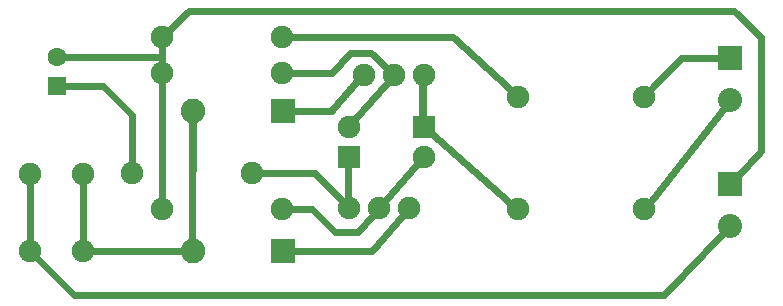
<source format=gtl>
G04 MADE WITH FRITZING*
G04 WWW.FRITZING.ORG*
G04 DOUBLE SIDED*
G04 HOLES PLATED*
G04 CONTOUR ON CENTER OF CONTOUR VECTOR*
%ASAXBY*%
%FSLAX23Y23*%
%MOIN*%
%OFA0B0*%
%SFA1.0B1.0*%
%ADD10C,0.075000*%
%ADD11C,0.062992*%
%ADD12C,0.080000*%
%ADD13C,0.082000*%
%ADD14C,0.075118*%
%ADD15R,0.062992X0.062992*%
%ADD16R,0.075000X0.075000*%
%ADD17R,0.080000X0.080000*%
%ADD18R,0.082000X0.082000*%
%ADD19C,0.024000*%
%ADD20R,0.001000X0.001000*%
%LNCOPPER1*%
G90*
G70*
G54D10*
X513Y483D03*
X913Y483D03*
X1013Y938D03*
X613Y938D03*
X612Y363D03*
X1012Y363D03*
X613Y818D03*
X1013Y818D03*
X1235Y367D03*
X1335Y367D03*
X1435Y367D03*
X1485Y810D03*
X1385Y810D03*
X1285Y810D03*
G54D11*
X262Y773D03*
X262Y872D03*
G54D10*
X1235Y539D03*
X1235Y639D03*
X1485Y639D03*
X1485Y539D03*
X173Y225D03*
X173Y481D03*
X350Y225D03*
X350Y481D03*
G54D12*
X2508Y867D03*
X2508Y729D03*
G54D13*
X1015Y224D03*
X717Y224D03*
X1015Y691D03*
X717Y691D03*
G54D12*
X2508Y447D03*
X2508Y309D03*
G54D14*
X2221Y738D03*
X1800Y738D03*
X1800Y364D03*
X2221Y364D03*
X2221Y738D03*
X1800Y738D03*
X1800Y364D03*
X2221Y364D03*
G54D15*
X262Y773D03*
G54D16*
X1235Y539D03*
X1485Y639D03*
G54D17*
X2508Y867D03*
G54D18*
X1016Y224D03*
X1016Y691D03*
G54D17*
X2508Y447D03*
G54D19*
X350Y253D02*
X350Y452D01*
D02*
X173Y253D02*
X173Y452D01*
D02*
X1772Y764D02*
X1582Y938D01*
D02*
X1582Y938D02*
X1041Y938D01*
D02*
X612Y391D02*
X613Y790D01*
D02*
X613Y910D02*
X613Y847D01*
D02*
X613Y847D02*
X613Y872D01*
D02*
X2520Y1024D02*
X2611Y937D01*
D02*
X2611Y559D02*
X2529Y470D01*
D02*
X634Y958D02*
X704Y1024D01*
D02*
X288Y773D02*
X417Y773D01*
D02*
X1215Y387D02*
X1122Y483D01*
D02*
X1191Y287D02*
X1113Y363D01*
D02*
X1265Y287D02*
X1191Y287D01*
D02*
X1316Y345D02*
X1265Y287D01*
D02*
X1354Y388D02*
X1466Y517D01*
D02*
X1311Y884D02*
X1239Y884D01*
D02*
X1365Y830D02*
X1311Y884D01*
D02*
X1239Y884D02*
X1180Y818D01*
D02*
X1366Y789D02*
X1254Y660D01*
D02*
X1417Y345D02*
X1313Y224D01*
D02*
X1313Y224D02*
X1047Y224D01*
D02*
X684Y224D02*
X379Y225D01*
D02*
X1506Y620D02*
X1771Y389D01*
D02*
X2477Y867D02*
X2342Y867D01*
D02*
X2489Y705D02*
X2245Y394D01*
D02*
X320Y77D02*
X193Y204D01*
D02*
X2487Y286D02*
X2287Y77D01*
D02*
X613Y872D02*
X288Y872D01*
D02*
X2287Y77D02*
X320Y77D01*
D02*
X704Y1024D02*
X2520Y1024D01*
D02*
X2342Y867D02*
X2248Y766D01*
D02*
X2611Y937D02*
X2611Y559D01*
D02*
X1113Y363D02*
X1041Y363D01*
D02*
X1122Y483D02*
X941Y483D01*
D02*
X1180Y818D02*
X1041Y818D01*
D02*
X1181Y691D02*
X1047Y691D01*
D02*
X513Y677D02*
X513Y512D01*
D02*
X417Y773D02*
X513Y677D01*
G54D20*
X1281Y822D02*
X1287Y822D01*
X1481Y822D02*
X1487Y822D01*
X1278Y821D02*
X1289Y821D01*
X1478Y821D02*
X1489Y821D01*
X1277Y820D02*
X1291Y820D01*
X1477Y820D02*
X1491Y820D01*
X1276Y819D02*
X1292Y819D01*
X1476Y819D02*
X1492Y819D01*
X1275Y818D02*
X1293Y818D01*
X1475Y818D02*
X1493Y818D01*
X1274Y817D02*
X1293Y817D01*
X1474Y817D02*
X1493Y817D01*
X1273Y816D02*
X1294Y816D01*
X1474Y816D02*
X1494Y816D01*
X1272Y815D02*
X1294Y815D01*
X1473Y815D02*
X1494Y815D01*
X1271Y814D02*
X1295Y814D01*
X1473Y814D02*
X1495Y814D01*
X1271Y813D02*
X1295Y813D01*
X1473Y813D02*
X1495Y813D01*
X1270Y812D02*
X1295Y812D01*
X1472Y812D02*
X1495Y812D01*
X1269Y811D02*
X1295Y811D01*
X1472Y811D02*
X1495Y811D01*
X1268Y810D02*
X1295Y810D01*
X1472Y810D02*
X1495Y810D01*
X1267Y809D02*
X1295Y809D01*
X1472Y809D02*
X1495Y809D01*
X1266Y808D02*
X1295Y808D01*
X1472Y808D02*
X1495Y808D01*
X1265Y807D02*
X1295Y807D01*
X1472Y807D02*
X1495Y807D01*
X1265Y806D02*
X1294Y806D01*
X1472Y806D02*
X1495Y806D01*
X1264Y805D02*
X1294Y805D01*
X1472Y805D02*
X1495Y805D01*
X1263Y804D02*
X1293Y804D01*
X1472Y804D02*
X1495Y804D01*
X1262Y803D02*
X1293Y803D01*
X1472Y803D02*
X1495Y803D01*
X1261Y802D02*
X1292Y802D01*
X1472Y802D02*
X1495Y802D01*
X1260Y801D02*
X1291Y801D01*
X1472Y801D02*
X1495Y801D01*
X1259Y800D02*
X1290Y800D01*
X1472Y800D02*
X1495Y800D01*
X1258Y799D02*
X1289Y799D01*
X1472Y799D02*
X1495Y799D01*
X1258Y798D02*
X1288Y798D01*
X1472Y798D02*
X1495Y798D01*
X1257Y797D02*
X1287Y797D01*
X1472Y797D02*
X1495Y797D01*
X1256Y796D02*
X1287Y796D01*
X1472Y796D02*
X1495Y796D01*
X1255Y795D02*
X1286Y795D01*
X1472Y795D02*
X1495Y795D01*
X1254Y794D02*
X1285Y794D01*
X1472Y794D02*
X1495Y794D01*
X1253Y793D02*
X1284Y793D01*
X1472Y793D02*
X1495Y793D01*
X1252Y792D02*
X1283Y792D01*
X1472Y792D02*
X1495Y792D01*
X1252Y791D02*
X1282Y791D01*
X1472Y791D02*
X1495Y791D01*
X1251Y790D02*
X1281Y790D01*
X1472Y790D02*
X1495Y790D01*
X1250Y789D02*
X1281Y789D01*
X1472Y789D02*
X1495Y789D01*
X1249Y788D02*
X1280Y788D01*
X1472Y788D02*
X1495Y788D01*
X1248Y787D02*
X1279Y787D01*
X1472Y787D02*
X1495Y787D01*
X1247Y786D02*
X1278Y786D01*
X1472Y786D02*
X1495Y786D01*
X1246Y785D02*
X1277Y785D01*
X1472Y785D02*
X1495Y785D01*
X1245Y784D02*
X1276Y784D01*
X1472Y784D02*
X1495Y784D01*
X1245Y783D02*
X1275Y783D01*
X1472Y783D02*
X1495Y783D01*
X1244Y782D02*
X1274Y782D01*
X1472Y782D02*
X1495Y782D01*
X1243Y781D02*
X1274Y781D01*
X1472Y781D02*
X1495Y781D01*
X1242Y780D02*
X1273Y780D01*
X1472Y780D02*
X1495Y780D01*
X1241Y779D02*
X1272Y779D01*
X1472Y779D02*
X1495Y779D01*
X1240Y778D02*
X1271Y778D01*
X1472Y778D02*
X1495Y778D01*
X1239Y777D02*
X1270Y777D01*
X1472Y777D02*
X1495Y777D01*
X1239Y776D02*
X1269Y776D01*
X1472Y776D02*
X1495Y776D01*
X1238Y775D02*
X1268Y775D01*
X1472Y775D02*
X1495Y775D01*
X1237Y774D02*
X1268Y774D01*
X1472Y774D02*
X1495Y774D01*
X1236Y773D02*
X1267Y773D01*
X1472Y773D02*
X1495Y773D01*
X1235Y772D02*
X1266Y772D01*
X1472Y772D02*
X1495Y772D01*
X1234Y771D02*
X1265Y771D01*
X1472Y771D02*
X1495Y771D01*
X1233Y770D02*
X1264Y770D01*
X1472Y770D02*
X1495Y770D01*
X1232Y769D02*
X1263Y769D01*
X1472Y769D02*
X1495Y769D01*
X1232Y768D02*
X1262Y768D01*
X1472Y768D02*
X1495Y768D01*
X1231Y767D02*
X1261Y767D01*
X1472Y767D02*
X1495Y767D01*
X1230Y766D02*
X1261Y766D01*
X1472Y766D02*
X1495Y766D01*
X1229Y765D02*
X1260Y765D01*
X1472Y765D02*
X1495Y765D01*
X1228Y764D02*
X1259Y764D01*
X1472Y764D02*
X1495Y764D01*
X1227Y763D02*
X1258Y763D01*
X1472Y763D02*
X1495Y763D01*
X1226Y762D02*
X1257Y762D01*
X1472Y762D02*
X1495Y762D01*
X1226Y761D02*
X1256Y761D01*
X1472Y761D02*
X1495Y761D01*
X1225Y760D02*
X1255Y760D01*
X1472Y760D02*
X1495Y760D01*
X1224Y759D02*
X1255Y759D01*
X1472Y759D02*
X1495Y759D01*
X1223Y758D02*
X1254Y758D01*
X1472Y758D02*
X1495Y758D01*
X1222Y757D02*
X1253Y757D01*
X1472Y757D02*
X1495Y757D01*
X1221Y756D02*
X1252Y756D01*
X1472Y756D02*
X1495Y756D01*
X1220Y755D02*
X1251Y755D01*
X1472Y755D02*
X1495Y755D01*
X1220Y754D02*
X1250Y754D01*
X1472Y754D02*
X1495Y754D01*
X1219Y753D02*
X1249Y753D01*
X1472Y753D02*
X1495Y753D01*
X1218Y752D02*
X1249Y752D01*
X1472Y752D02*
X1495Y752D01*
X1217Y751D02*
X1248Y751D01*
X1472Y751D02*
X1495Y751D01*
X1216Y750D02*
X1247Y750D01*
X1472Y750D02*
X1495Y750D01*
X1215Y749D02*
X1246Y749D01*
X1472Y749D02*
X1495Y749D01*
X1214Y748D02*
X1245Y748D01*
X1472Y748D02*
X1495Y748D01*
X1213Y747D02*
X1244Y747D01*
X1472Y747D02*
X1495Y747D01*
X1213Y746D02*
X1243Y746D01*
X1472Y746D02*
X1495Y746D01*
X1212Y745D02*
X1242Y745D01*
X1472Y745D02*
X1495Y745D01*
X1211Y744D02*
X1242Y744D01*
X1472Y744D02*
X1495Y744D01*
X1210Y743D02*
X1241Y743D01*
X1472Y743D02*
X1495Y743D01*
X1209Y742D02*
X1240Y742D01*
X1472Y742D02*
X1495Y742D01*
X1208Y741D02*
X1239Y741D01*
X1472Y741D02*
X1495Y741D01*
X1207Y740D02*
X1238Y740D01*
X1472Y740D02*
X1495Y740D01*
X1207Y739D02*
X1237Y739D01*
X1472Y739D02*
X1495Y739D01*
X1206Y738D02*
X1236Y738D01*
X1472Y738D02*
X1495Y738D01*
X1205Y737D02*
X1236Y737D01*
X1472Y737D02*
X1495Y737D01*
X1204Y736D02*
X1235Y736D01*
X1472Y736D02*
X1495Y736D01*
X1203Y735D02*
X1234Y735D01*
X1472Y735D02*
X1495Y735D01*
X1202Y734D02*
X1233Y734D01*
X1472Y734D02*
X1495Y734D01*
X1201Y733D02*
X1232Y733D01*
X1472Y733D02*
X1495Y733D01*
X1200Y732D02*
X1231Y732D01*
X1472Y732D02*
X1495Y732D01*
X1200Y731D02*
X1230Y731D01*
X1472Y731D02*
X1495Y731D01*
X1199Y730D02*
X1229Y730D01*
X1472Y730D02*
X1495Y730D01*
X1198Y729D02*
X1229Y729D01*
X1472Y729D02*
X1495Y729D01*
X1197Y728D02*
X1228Y728D01*
X1472Y728D02*
X1495Y728D01*
X1196Y727D02*
X1227Y727D01*
X1472Y727D02*
X1495Y727D01*
X1195Y726D02*
X1226Y726D01*
X1472Y726D02*
X1495Y726D01*
X1194Y725D02*
X1225Y725D01*
X1472Y725D02*
X1495Y725D01*
X1194Y724D02*
X1224Y724D01*
X1472Y724D02*
X1495Y724D01*
X1193Y723D02*
X1223Y723D01*
X1472Y723D02*
X1495Y723D01*
X1192Y722D02*
X1223Y722D01*
X1472Y722D02*
X1495Y722D01*
X1191Y721D02*
X1222Y721D01*
X1472Y721D02*
X1495Y721D01*
X1190Y720D02*
X1221Y720D01*
X1472Y720D02*
X1495Y720D01*
X1189Y719D02*
X1220Y719D01*
X1472Y719D02*
X1495Y719D01*
X1188Y718D02*
X1219Y718D01*
X1472Y718D02*
X1495Y718D01*
X1188Y717D02*
X1218Y717D01*
X1472Y717D02*
X1495Y717D01*
X1187Y716D02*
X1217Y716D01*
X1472Y716D02*
X1495Y716D01*
X1186Y715D02*
X1217Y715D01*
X1472Y715D02*
X1495Y715D01*
X1185Y714D02*
X1216Y714D01*
X1472Y714D02*
X1495Y714D01*
X1184Y713D02*
X1215Y713D01*
X1472Y713D02*
X1495Y713D01*
X1183Y712D02*
X1214Y712D01*
X1472Y712D02*
X1495Y712D01*
X1182Y711D02*
X1213Y711D01*
X1472Y711D02*
X1495Y711D01*
X1181Y710D02*
X1212Y710D01*
X1472Y710D02*
X1495Y710D01*
X1181Y709D02*
X1211Y709D01*
X1472Y709D02*
X1495Y709D01*
X1180Y708D02*
X1210Y708D01*
X1472Y708D02*
X1495Y708D01*
X1179Y707D02*
X1210Y707D01*
X1472Y707D02*
X1495Y707D01*
X1178Y706D02*
X1209Y706D01*
X1472Y706D02*
X1495Y706D01*
X1177Y705D02*
X1208Y705D01*
X1472Y705D02*
X1495Y705D01*
X1176Y704D02*
X1207Y704D01*
X1472Y704D02*
X1495Y704D01*
X714Y703D02*
X718Y703D01*
X1175Y703D02*
X1206Y703D01*
X1472Y703D02*
X1495Y703D01*
X711Y702D02*
X721Y702D01*
X1175Y702D02*
X1205Y702D01*
X1472Y702D02*
X1495Y702D01*
X710Y701D02*
X723Y701D01*
X1174Y701D02*
X1204Y701D01*
X1472Y701D02*
X1495Y701D01*
X708Y700D02*
X724Y700D01*
X1173Y700D02*
X1204Y700D01*
X1472Y700D02*
X1495Y700D01*
X708Y699D02*
X725Y699D01*
X1172Y699D02*
X1203Y699D01*
X1472Y699D02*
X1495Y699D01*
X707Y698D02*
X725Y698D01*
X1171Y698D02*
X1202Y698D01*
X1472Y698D02*
X1495Y698D01*
X706Y697D02*
X726Y697D01*
X1171Y697D02*
X1201Y697D01*
X1472Y697D02*
X1495Y697D01*
X706Y696D02*
X727Y696D01*
X1170Y696D02*
X1200Y696D01*
X1472Y696D02*
X1495Y696D01*
X705Y695D02*
X727Y695D01*
X1170Y695D02*
X1199Y695D01*
X1472Y695D02*
X1495Y695D01*
X705Y694D02*
X727Y694D01*
X1169Y694D02*
X1198Y694D01*
X1472Y694D02*
X1495Y694D01*
X705Y693D02*
X727Y693D01*
X1169Y693D02*
X1197Y693D01*
X1472Y693D02*
X1495Y693D01*
X705Y692D02*
X728Y692D01*
X1169Y692D02*
X1197Y692D01*
X1472Y692D02*
X1495Y692D01*
X705Y691D02*
X728Y691D01*
X1169Y691D02*
X1196Y691D01*
X1472Y691D02*
X1495Y691D01*
X705Y690D02*
X728Y690D01*
X1169Y690D02*
X1195Y690D01*
X1472Y690D02*
X1495Y690D01*
X705Y689D02*
X728Y689D01*
X1169Y689D02*
X1194Y689D01*
X1472Y689D02*
X1495Y689D01*
X705Y688D02*
X728Y688D01*
X1170Y688D02*
X1193Y688D01*
X1472Y688D02*
X1495Y688D01*
X705Y687D02*
X728Y687D01*
X1170Y687D02*
X1192Y687D01*
X1472Y687D02*
X1495Y687D01*
X705Y686D02*
X728Y686D01*
X1170Y686D02*
X1191Y686D01*
X1472Y686D02*
X1495Y686D01*
X705Y685D02*
X728Y685D01*
X1171Y685D02*
X1191Y685D01*
X1472Y685D02*
X1495Y685D01*
X705Y684D02*
X728Y684D01*
X1172Y684D02*
X1190Y684D01*
X1472Y684D02*
X1495Y684D01*
X705Y683D02*
X728Y683D01*
X1172Y683D02*
X1189Y683D01*
X1472Y683D02*
X1495Y683D01*
X705Y682D02*
X728Y682D01*
X1173Y682D02*
X1188Y682D01*
X1472Y682D02*
X1495Y682D01*
X705Y681D02*
X728Y681D01*
X1175Y681D02*
X1186Y681D01*
X1472Y681D02*
X1495Y681D01*
X705Y680D02*
X728Y680D01*
X1177Y680D02*
X1184Y680D01*
X1472Y680D02*
X1495Y680D01*
X705Y679D02*
X728Y679D01*
X1472Y679D02*
X1495Y679D01*
X705Y678D02*
X728Y678D01*
X1472Y678D02*
X1495Y678D01*
X705Y677D02*
X728Y677D01*
X1472Y677D02*
X1495Y677D01*
X705Y676D02*
X728Y676D01*
X1472Y676D02*
X1495Y676D01*
X705Y675D02*
X728Y675D01*
X1472Y675D02*
X1495Y675D01*
X705Y674D02*
X728Y674D01*
X1472Y674D02*
X1495Y674D01*
X705Y673D02*
X728Y673D01*
X1472Y673D02*
X1495Y673D01*
X705Y672D02*
X728Y672D01*
X1472Y672D02*
X1495Y672D01*
X705Y671D02*
X728Y671D01*
X1472Y671D02*
X1495Y671D01*
X705Y670D02*
X728Y670D01*
X1472Y670D02*
X1495Y670D01*
X705Y669D02*
X728Y669D01*
X1472Y669D02*
X1495Y669D01*
X705Y668D02*
X728Y668D01*
X1472Y668D02*
X1495Y668D01*
X705Y667D02*
X728Y667D01*
X1472Y667D02*
X1495Y667D01*
X705Y666D02*
X728Y666D01*
X1472Y666D02*
X1495Y666D01*
X705Y665D02*
X728Y665D01*
X1472Y665D02*
X1495Y665D01*
X705Y664D02*
X728Y664D01*
X1472Y664D02*
X1495Y664D01*
X705Y663D02*
X728Y663D01*
X1472Y663D02*
X1495Y663D01*
X705Y662D02*
X728Y662D01*
X1472Y662D02*
X1495Y662D01*
X705Y661D02*
X728Y661D01*
X1472Y661D02*
X1495Y661D01*
X705Y660D02*
X728Y660D01*
X1472Y660D02*
X1495Y660D01*
X705Y659D02*
X728Y659D01*
X1472Y659D02*
X1495Y659D01*
X705Y658D02*
X728Y658D01*
X1472Y658D02*
X1495Y658D01*
X705Y657D02*
X728Y657D01*
X1472Y657D02*
X1495Y657D01*
X705Y656D02*
X728Y656D01*
X1472Y656D02*
X1495Y656D01*
X705Y655D02*
X728Y655D01*
X1472Y655D02*
X1495Y655D01*
X705Y654D02*
X728Y654D01*
X1472Y654D02*
X1495Y654D01*
X705Y653D02*
X728Y653D01*
X1472Y653D02*
X1495Y653D01*
X705Y652D02*
X728Y652D01*
X1472Y652D02*
X1495Y652D01*
X705Y651D02*
X728Y651D01*
X1472Y651D02*
X1495Y651D01*
X705Y650D02*
X728Y650D01*
X1472Y650D02*
X1495Y650D01*
X705Y649D02*
X728Y649D01*
X1472Y649D02*
X1495Y649D01*
X705Y648D02*
X728Y648D01*
X1472Y648D02*
X1495Y648D01*
X705Y647D02*
X728Y647D01*
X1472Y647D02*
X1495Y647D01*
X705Y646D02*
X728Y646D01*
X1472Y646D02*
X1495Y646D01*
X705Y645D02*
X728Y645D01*
X1472Y645D02*
X1495Y645D01*
X705Y644D02*
X728Y644D01*
X1472Y644D02*
X1495Y644D01*
X705Y643D02*
X728Y643D01*
X1472Y643D02*
X1495Y643D01*
X705Y642D02*
X728Y642D01*
X1472Y642D02*
X1495Y642D01*
X705Y641D02*
X728Y641D01*
X1472Y641D02*
X1495Y641D01*
X705Y640D02*
X728Y640D01*
X1472Y640D02*
X1495Y640D01*
X705Y639D02*
X728Y639D01*
X1472Y639D02*
X1495Y639D01*
X705Y638D02*
X728Y638D01*
X1472Y638D02*
X1495Y638D01*
X705Y637D02*
X728Y637D01*
X1472Y637D02*
X1495Y637D01*
X705Y636D02*
X728Y636D01*
X1473Y636D02*
X1495Y636D01*
X705Y635D02*
X728Y635D01*
X1473Y635D02*
X1494Y635D01*
X705Y634D02*
X728Y634D01*
X1473Y634D02*
X1494Y634D01*
X705Y633D02*
X728Y633D01*
X1474Y633D02*
X1493Y633D01*
X705Y632D02*
X728Y632D01*
X1475Y632D02*
X1493Y632D01*
X705Y631D02*
X728Y631D01*
X1475Y631D02*
X1492Y631D01*
X705Y630D02*
X728Y630D01*
X1477Y630D02*
X1491Y630D01*
X705Y629D02*
X728Y629D01*
X1478Y629D02*
X1489Y629D01*
X705Y628D02*
X728Y628D01*
X1480Y628D02*
X1487Y628D01*
X705Y627D02*
X728Y627D01*
X705Y626D02*
X728Y626D01*
X705Y625D02*
X728Y625D01*
X705Y624D02*
X728Y624D01*
X705Y623D02*
X728Y623D01*
X705Y622D02*
X728Y622D01*
X705Y621D02*
X728Y621D01*
X705Y620D02*
X728Y620D01*
X705Y619D02*
X728Y619D01*
X705Y618D02*
X728Y618D01*
X705Y617D02*
X728Y617D01*
X705Y616D02*
X728Y616D01*
X705Y615D02*
X728Y615D01*
X705Y614D02*
X728Y614D01*
X705Y613D02*
X728Y613D01*
X705Y612D02*
X728Y612D01*
X705Y611D02*
X728Y611D01*
X705Y610D02*
X728Y610D01*
X705Y609D02*
X728Y609D01*
X705Y608D02*
X728Y608D01*
X705Y607D02*
X728Y607D01*
X705Y606D02*
X728Y606D01*
X705Y605D02*
X728Y605D01*
X705Y604D02*
X728Y604D01*
X705Y603D02*
X728Y603D01*
X705Y602D02*
X728Y602D01*
X705Y601D02*
X728Y601D01*
X705Y600D02*
X728Y600D01*
X705Y599D02*
X728Y599D01*
X705Y598D02*
X728Y598D01*
X705Y597D02*
X728Y597D01*
X705Y596D02*
X728Y596D01*
X705Y595D02*
X728Y595D01*
X705Y594D02*
X728Y594D01*
X705Y593D02*
X728Y593D01*
X705Y592D02*
X728Y592D01*
X705Y591D02*
X728Y591D01*
X705Y590D02*
X728Y590D01*
X705Y589D02*
X728Y589D01*
X705Y588D02*
X728Y588D01*
X705Y587D02*
X728Y587D01*
X705Y586D02*
X728Y586D01*
X705Y585D02*
X728Y585D01*
X705Y584D02*
X728Y584D01*
X705Y583D02*
X728Y583D01*
X705Y582D02*
X728Y582D01*
X705Y581D02*
X728Y581D01*
X705Y580D02*
X728Y580D01*
X705Y579D02*
X728Y579D01*
X705Y578D02*
X728Y578D01*
X705Y577D02*
X728Y577D01*
X705Y576D02*
X728Y576D01*
X705Y575D02*
X728Y575D01*
X705Y574D02*
X728Y574D01*
X705Y573D02*
X728Y573D01*
X705Y572D02*
X728Y572D01*
X705Y571D02*
X728Y571D01*
X705Y570D02*
X728Y570D01*
X705Y569D02*
X728Y569D01*
X705Y568D02*
X728Y568D01*
X705Y567D02*
X728Y567D01*
X705Y566D02*
X728Y566D01*
X705Y565D02*
X728Y565D01*
X705Y564D02*
X728Y564D01*
X705Y563D02*
X728Y563D01*
X705Y562D02*
X728Y562D01*
X705Y561D02*
X728Y561D01*
X705Y560D02*
X728Y560D01*
X705Y559D02*
X728Y559D01*
X705Y558D02*
X728Y558D01*
X705Y557D02*
X728Y557D01*
X705Y556D02*
X728Y556D01*
X705Y555D02*
X728Y555D01*
X705Y554D02*
X728Y554D01*
X705Y553D02*
X728Y553D01*
X705Y552D02*
X728Y552D01*
X705Y551D02*
X728Y551D01*
X1232Y551D02*
X1237Y551D01*
X705Y550D02*
X728Y550D01*
X1229Y550D02*
X1239Y550D01*
X705Y549D02*
X728Y549D01*
X1227Y549D02*
X1241Y549D01*
X705Y548D02*
X728Y548D01*
X1226Y548D02*
X1242Y548D01*
X705Y547D02*
X728Y547D01*
X1225Y547D02*
X1243Y547D01*
X705Y546D02*
X728Y546D01*
X1225Y546D02*
X1244Y546D01*
X705Y545D02*
X728Y545D01*
X1224Y545D02*
X1244Y545D01*
X705Y544D02*
X728Y544D01*
X1223Y544D02*
X1245Y544D01*
X705Y543D02*
X728Y543D01*
X1223Y543D02*
X1245Y543D01*
X705Y542D02*
X728Y542D01*
X1223Y542D02*
X1245Y542D01*
X705Y541D02*
X728Y541D01*
X1223Y541D02*
X1245Y541D01*
X705Y540D02*
X728Y540D01*
X1223Y540D02*
X1245Y540D01*
X705Y539D02*
X728Y539D01*
X1223Y539D02*
X1246Y539D01*
X705Y538D02*
X728Y538D01*
X1223Y538D02*
X1246Y538D01*
X705Y537D02*
X728Y537D01*
X1223Y537D02*
X1246Y537D01*
X705Y536D02*
X728Y536D01*
X1223Y536D02*
X1246Y536D01*
X705Y535D02*
X728Y535D01*
X1223Y535D02*
X1246Y535D01*
X705Y534D02*
X728Y534D01*
X1223Y534D02*
X1246Y534D01*
X705Y533D02*
X728Y533D01*
X1223Y533D02*
X1246Y533D01*
X705Y532D02*
X728Y532D01*
X1223Y532D02*
X1246Y532D01*
X705Y531D02*
X728Y531D01*
X1223Y531D02*
X1246Y531D01*
X705Y530D02*
X728Y530D01*
X1223Y530D02*
X1246Y530D01*
X705Y529D02*
X728Y529D01*
X1223Y529D02*
X1246Y529D01*
X705Y528D02*
X728Y528D01*
X1223Y528D02*
X1246Y528D01*
X705Y527D02*
X728Y527D01*
X1223Y527D02*
X1246Y527D01*
X705Y526D02*
X728Y526D01*
X1223Y526D02*
X1246Y526D01*
X705Y525D02*
X728Y525D01*
X1223Y525D02*
X1246Y525D01*
X705Y524D02*
X728Y524D01*
X1223Y524D02*
X1246Y524D01*
X705Y523D02*
X728Y523D01*
X1223Y523D02*
X1246Y523D01*
X705Y522D02*
X728Y522D01*
X1223Y522D02*
X1246Y522D01*
X705Y521D02*
X728Y521D01*
X1223Y521D02*
X1246Y521D01*
X705Y520D02*
X728Y520D01*
X1223Y520D02*
X1246Y520D01*
X705Y519D02*
X728Y519D01*
X1223Y519D02*
X1246Y519D01*
X705Y518D02*
X728Y518D01*
X1223Y518D02*
X1246Y518D01*
X705Y517D02*
X728Y517D01*
X1223Y517D02*
X1246Y517D01*
X705Y516D02*
X728Y516D01*
X1223Y516D02*
X1246Y516D01*
X705Y515D02*
X728Y515D01*
X1223Y515D02*
X1246Y515D01*
X705Y514D02*
X728Y514D01*
X1223Y514D02*
X1246Y514D01*
X705Y513D02*
X728Y513D01*
X1223Y513D02*
X1246Y513D01*
X705Y512D02*
X728Y512D01*
X1223Y512D02*
X1246Y512D01*
X705Y511D02*
X728Y511D01*
X1223Y511D02*
X1246Y511D01*
X705Y510D02*
X728Y510D01*
X1223Y510D02*
X1246Y510D01*
X705Y509D02*
X728Y509D01*
X1223Y509D02*
X1246Y509D01*
X705Y508D02*
X728Y508D01*
X1223Y508D02*
X1246Y508D01*
X705Y507D02*
X728Y507D01*
X1223Y507D02*
X1246Y507D01*
X705Y506D02*
X728Y506D01*
X1223Y506D02*
X1246Y506D01*
X705Y505D02*
X728Y505D01*
X1223Y505D02*
X1246Y505D01*
X705Y504D02*
X728Y504D01*
X1223Y504D02*
X1246Y504D01*
X705Y503D02*
X728Y503D01*
X1223Y503D02*
X1246Y503D01*
X705Y502D02*
X728Y502D01*
X1223Y502D02*
X1246Y502D01*
X705Y501D02*
X728Y501D01*
X1223Y501D02*
X1246Y501D01*
X705Y500D02*
X728Y500D01*
X1223Y500D02*
X1246Y500D01*
X705Y499D02*
X728Y499D01*
X1223Y499D02*
X1246Y499D01*
X705Y498D02*
X728Y498D01*
X1223Y498D02*
X1246Y498D01*
X705Y497D02*
X728Y497D01*
X1223Y497D02*
X1246Y497D01*
X705Y496D02*
X728Y496D01*
X1223Y496D02*
X1246Y496D01*
X705Y495D02*
X728Y495D01*
X1223Y495D02*
X1246Y495D01*
X705Y494D02*
X728Y494D01*
X1223Y494D02*
X1246Y494D01*
X705Y493D02*
X728Y493D01*
X1223Y493D02*
X1246Y493D01*
X705Y492D02*
X728Y492D01*
X1223Y492D02*
X1246Y492D01*
X705Y491D02*
X728Y491D01*
X1223Y491D02*
X1246Y491D01*
X705Y490D02*
X728Y490D01*
X1223Y490D02*
X1246Y490D01*
X705Y489D02*
X728Y489D01*
X1223Y489D02*
X1246Y489D01*
X705Y488D02*
X728Y488D01*
X1223Y488D02*
X1246Y488D01*
X705Y487D02*
X728Y487D01*
X1223Y487D02*
X1246Y487D01*
X705Y486D02*
X727Y486D01*
X1223Y486D02*
X1246Y486D01*
X705Y485D02*
X727Y485D01*
X1223Y485D02*
X1246Y485D01*
X705Y484D02*
X727Y484D01*
X1223Y484D02*
X1246Y484D01*
X705Y483D02*
X727Y483D01*
X1223Y483D02*
X1246Y483D01*
X705Y482D02*
X727Y482D01*
X1223Y482D02*
X1246Y482D01*
X705Y481D02*
X727Y481D01*
X1223Y481D02*
X1246Y481D01*
X705Y480D02*
X727Y480D01*
X1223Y480D02*
X1246Y480D01*
X705Y479D02*
X727Y479D01*
X1223Y479D02*
X1246Y479D01*
X705Y478D02*
X727Y478D01*
X1223Y478D02*
X1246Y478D01*
X705Y477D02*
X727Y477D01*
X1223Y477D02*
X1246Y477D01*
X705Y476D02*
X727Y476D01*
X1223Y476D02*
X1246Y476D01*
X705Y475D02*
X727Y475D01*
X1223Y475D02*
X1246Y475D01*
X705Y474D02*
X727Y474D01*
X1223Y474D02*
X1246Y474D01*
X705Y473D02*
X727Y473D01*
X1223Y473D02*
X1246Y473D01*
X705Y472D02*
X727Y472D01*
X1223Y472D02*
X1246Y472D01*
X705Y471D02*
X727Y471D01*
X1223Y471D02*
X1246Y471D01*
X705Y470D02*
X727Y470D01*
X1223Y470D02*
X1246Y470D01*
X705Y469D02*
X727Y469D01*
X1223Y469D02*
X1246Y469D01*
X705Y468D02*
X727Y468D01*
X1223Y468D02*
X1246Y468D01*
X705Y467D02*
X727Y467D01*
X1223Y467D02*
X1246Y467D01*
X705Y466D02*
X727Y466D01*
X1223Y466D02*
X1246Y466D01*
X704Y465D02*
X727Y465D01*
X1223Y465D02*
X1246Y465D01*
X704Y464D02*
X727Y464D01*
X1223Y464D02*
X1246Y464D01*
X704Y463D02*
X727Y463D01*
X1223Y463D02*
X1246Y463D01*
X704Y462D02*
X727Y462D01*
X1223Y462D02*
X1246Y462D01*
X704Y461D02*
X727Y461D01*
X1223Y461D02*
X1246Y461D01*
X704Y460D02*
X727Y460D01*
X1223Y460D02*
X1246Y460D01*
X704Y459D02*
X727Y459D01*
X1223Y459D02*
X1246Y459D01*
X704Y458D02*
X727Y458D01*
X1223Y458D02*
X1246Y458D01*
X704Y457D02*
X727Y457D01*
X1223Y457D02*
X1246Y457D01*
X704Y456D02*
X727Y456D01*
X1223Y456D02*
X1246Y456D01*
X704Y455D02*
X727Y455D01*
X1223Y455D02*
X1246Y455D01*
X704Y454D02*
X727Y454D01*
X1223Y454D02*
X1246Y454D01*
X704Y453D02*
X727Y453D01*
X1223Y453D02*
X1246Y453D01*
X704Y452D02*
X727Y452D01*
X1223Y452D02*
X1246Y452D01*
X704Y451D02*
X727Y451D01*
X1223Y451D02*
X1246Y451D01*
X704Y450D02*
X727Y450D01*
X1223Y450D02*
X1246Y450D01*
X704Y449D02*
X727Y449D01*
X1223Y449D02*
X1246Y449D01*
X704Y448D02*
X727Y448D01*
X1223Y448D02*
X1246Y448D01*
X704Y447D02*
X727Y447D01*
X1223Y447D02*
X1246Y447D01*
X704Y446D02*
X727Y446D01*
X1223Y446D02*
X1246Y446D01*
X704Y445D02*
X727Y445D01*
X1223Y445D02*
X1246Y445D01*
X704Y444D02*
X727Y444D01*
X1223Y444D02*
X1246Y444D01*
X704Y443D02*
X727Y443D01*
X1223Y443D02*
X1246Y443D01*
X704Y442D02*
X727Y442D01*
X1223Y442D02*
X1246Y442D01*
X704Y441D02*
X727Y441D01*
X1223Y441D02*
X1246Y441D01*
X704Y440D02*
X727Y440D01*
X1223Y440D02*
X1246Y440D01*
X704Y439D02*
X727Y439D01*
X1223Y439D02*
X1246Y439D01*
X704Y438D02*
X727Y438D01*
X1223Y438D02*
X1246Y438D01*
X704Y437D02*
X727Y437D01*
X1223Y437D02*
X1246Y437D01*
X704Y436D02*
X727Y436D01*
X1223Y436D02*
X1246Y436D01*
X704Y435D02*
X727Y435D01*
X1223Y435D02*
X1246Y435D01*
X704Y434D02*
X727Y434D01*
X1223Y434D02*
X1246Y434D01*
X704Y433D02*
X727Y433D01*
X1223Y433D02*
X1246Y433D01*
X704Y432D02*
X727Y432D01*
X1223Y432D02*
X1246Y432D01*
X704Y431D02*
X727Y431D01*
X1223Y431D02*
X1246Y431D01*
X704Y430D02*
X727Y430D01*
X1223Y430D02*
X1246Y430D01*
X704Y429D02*
X727Y429D01*
X1223Y429D02*
X1246Y429D01*
X704Y428D02*
X727Y428D01*
X1223Y428D02*
X1246Y428D01*
X704Y427D02*
X727Y427D01*
X1223Y427D02*
X1246Y427D01*
X704Y426D02*
X727Y426D01*
X1223Y426D02*
X1246Y426D01*
X704Y425D02*
X727Y425D01*
X1223Y425D02*
X1246Y425D01*
X704Y424D02*
X727Y424D01*
X1223Y424D02*
X1246Y424D01*
X704Y423D02*
X727Y423D01*
X1223Y423D02*
X1246Y423D01*
X704Y422D02*
X727Y422D01*
X1223Y422D02*
X1246Y422D01*
X704Y421D02*
X727Y421D01*
X1223Y421D02*
X1246Y421D01*
X704Y420D02*
X727Y420D01*
X1223Y420D02*
X1246Y420D01*
X704Y419D02*
X727Y419D01*
X1223Y419D02*
X1246Y419D01*
X704Y418D02*
X727Y418D01*
X1223Y418D02*
X1246Y418D01*
X704Y417D02*
X727Y417D01*
X1223Y417D02*
X1246Y417D01*
X704Y416D02*
X727Y416D01*
X1223Y416D02*
X1246Y416D01*
X704Y415D02*
X727Y415D01*
X1223Y415D02*
X1246Y415D01*
X704Y414D02*
X727Y414D01*
X1223Y414D02*
X1246Y414D01*
X704Y413D02*
X727Y413D01*
X1223Y413D02*
X1246Y413D01*
X704Y412D02*
X727Y412D01*
X1223Y412D02*
X1246Y412D01*
X704Y411D02*
X727Y411D01*
X1223Y411D02*
X1246Y411D01*
X704Y410D02*
X727Y410D01*
X1223Y410D02*
X1246Y410D01*
X704Y409D02*
X727Y409D01*
X1223Y409D02*
X1246Y409D01*
X704Y408D02*
X727Y408D01*
X1223Y408D02*
X1246Y408D01*
X704Y407D02*
X727Y407D01*
X1223Y407D02*
X1246Y407D01*
X704Y406D02*
X727Y406D01*
X1223Y406D02*
X1246Y406D01*
X704Y405D02*
X727Y405D01*
X1223Y405D02*
X1246Y405D01*
X704Y404D02*
X727Y404D01*
X1223Y404D02*
X1246Y404D01*
X704Y403D02*
X727Y403D01*
X1223Y403D02*
X1246Y403D01*
X704Y402D02*
X727Y402D01*
X1223Y402D02*
X1246Y402D01*
X704Y401D02*
X727Y401D01*
X1223Y401D02*
X1246Y401D01*
X704Y400D02*
X727Y400D01*
X1223Y400D02*
X1246Y400D01*
X704Y399D02*
X727Y399D01*
X1223Y399D02*
X1246Y399D01*
X704Y398D02*
X727Y398D01*
X1223Y398D02*
X1246Y398D01*
X704Y397D02*
X727Y397D01*
X1223Y397D02*
X1246Y397D01*
X704Y396D02*
X727Y396D01*
X1223Y396D02*
X1246Y396D01*
X704Y395D02*
X727Y395D01*
X1223Y395D02*
X1246Y395D01*
X704Y394D02*
X727Y394D01*
X1223Y394D02*
X1246Y394D01*
X704Y393D02*
X727Y393D01*
X1223Y393D02*
X1246Y393D01*
X704Y392D02*
X727Y392D01*
X1223Y392D02*
X1246Y392D01*
X704Y391D02*
X727Y391D01*
X1223Y391D02*
X1246Y391D01*
X704Y390D02*
X727Y390D01*
X1223Y390D02*
X1246Y390D01*
X704Y389D02*
X727Y389D01*
X1223Y389D02*
X1246Y389D01*
X704Y388D02*
X727Y388D01*
X1223Y388D02*
X1246Y388D01*
X704Y387D02*
X727Y387D01*
X1223Y387D02*
X1246Y387D01*
X704Y386D02*
X727Y386D01*
X1223Y386D02*
X1246Y386D01*
X704Y385D02*
X727Y385D01*
X1223Y385D02*
X1246Y385D01*
X704Y384D02*
X727Y384D01*
X1223Y384D02*
X1246Y384D01*
X704Y383D02*
X727Y383D01*
X1223Y383D02*
X1246Y383D01*
X704Y382D02*
X727Y382D01*
X1223Y382D02*
X1246Y382D01*
X704Y381D02*
X727Y381D01*
X1223Y381D02*
X1246Y381D01*
X704Y380D02*
X727Y380D01*
X1223Y380D02*
X1246Y380D01*
X704Y379D02*
X727Y379D01*
X1223Y379D02*
X1246Y379D01*
X704Y378D02*
X727Y378D01*
X1223Y378D02*
X1246Y378D01*
X704Y377D02*
X727Y377D01*
X1223Y377D02*
X1246Y377D01*
X704Y376D02*
X727Y376D01*
X1223Y376D02*
X1246Y376D01*
X704Y375D02*
X727Y375D01*
X1223Y375D02*
X1246Y375D01*
X704Y374D02*
X727Y374D01*
X1223Y374D02*
X1246Y374D01*
X704Y373D02*
X727Y373D01*
X1223Y373D02*
X1246Y373D01*
X704Y372D02*
X727Y372D01*
X1223Y372D02*
X1246Y372D01*
X704Y371D02*
X727Y371D01*
X1223Y371D02*
X1246Y371D01*
X704Y370D02*
X727Y370D01*
X1223Y370D02*
X1246Y370D01*
X704Y369D02*
X727Y369D01*
X1223Y369D02*
X1246Y369D01*
X704Y368D02*
X727Y368D01*
X1223Y368D02*
X1246Y368D01*
X704Y367D02*
X727Y367D01*
X1223Y367D02*
X1246Y367D01*
X704Y366D02*
X727Y366D01*
X1223Y366D02*
X1246Y366D01*
X704Y365D02*
X727Y365D01*
X1223Y365D02*
X1246Y365D01*
X704Y364D02*
X727Y364D01*
X1223Y364D02*
X1245Y364D01*
X704Y363D02*
X727Y363D01*
X1224Y363D02*
X1245Y363D01*
X704Y362D02*
X727Y362D01*
X1224Y362D02*
X1245Y362D01*
X704Y361D02*
X727Y361D01*
X1225Y361D02*
X1244Y361D01*
X704Y360D02*
X727Y360D01*
X1225Y360D02*
X1243Y360D01*
X704Y359D02*
X727Y359D01*
X1226Y359D02*
X1243Y359D01*
X704Y358D02*
X727Y358D01*
X1227Y358D02*
X1242Y358D01*
X704Y357D02*
X727Y357D01*
X1229Y357D02*
X1240Y357D01*
X704Y356D02*
X727Y356D01*
X1231Y356D02*
X1238Y356D01*
X704Y355D02*
X727Y355D01*
X704Y354D02*
X727Y354D01*
X704Y353D02*
X727Y353D01*
X704Y352D02*
X727Y352D01*
X704Y351D02*
X727Y351D01*
X704Y350D02*
X727Y350D01*
X704Y349D02*
X727Y349D01*
X704Y348D02*
X727Y348D01*
X704Y347D02*
X727Y347D01*
X704Y346D02*
X727Y346D01*
X704Y345D02*
X727Y345D01*
X704Y344D02*
X727Y344D01*
X704Y343D02*
X727Y343D01*
X704Y342D02*
X727Y342D01*
X704Y341D02*
X727Y341D01*
X704Y340D02*
X727Y340D01*
X704Y339D02*
X727Y339D01*
X704Y338D02*
X727Y338D01*
X704Y337D02*
X727Y337D01*
X704Y336D02*
X727Y336D01*
X704Y335D02*
X727Y335D01*
X704Y334D02*
X727Y334D01*
X704Y333D02*
X727Y333D01*
X704Y332D02*
X727Y332D01*
X704Y331D02*
X727Y331D01*
X704Y330D02*
X727Y330D01*
X704Y329D02*
X727Y329D01*
X704Y328D02*
X727Y328D01*
X704Y327D02*
X727Y327D01*
X704Y326D02*
X727Y326D01*
X704Y325D02*
X727Y325D01*
X704Y324D02*
X727Y324D01*
X704Y323D02*
X727Y323D01*
X704Y322D02*
X727Y322D01*
X704Y321D02*
X727Y321D01*
X704Y320D02*
X727Y320D01*
X704Y319D02*
X727Y319D01*
X704Y318D02*
X727Y318D01*
X704Y317D02*
X727Y317D01*
X704Y316D02*
X727Y316D01*
X704Y315D02*
X727Y315D01*
X704Y314D02*
X727Y314D01*
X704Y313D02*
X727Y313D01*
X704Y312D02*
X727Y312D01*
X704Y311D02*
X727Y311D01*
X704Y310D02*
X727Y310D01*
X704Y309D02*
X727Y309D01*
X704Y308D02*
X727Y308D01*
X704Y307D02*
X727Y307D01*
X704Y306D02*
X727Y306D01*
X704Y305D02*
X727Y305D01*
X704Y304D02*
X727Y304D01*
X704Y303D02*
X727Y303D01*
X704Y302D02*
X727Y302D01*
X704Y301D02*
X727Y301D01*
X704Y300D02*
X727Y300D01*
X704Y299D02*
X727Y299D01*
X704Y298D02*
X727Y298D01*
X704Y297D02*
X727Y297D01*
X704Y296D02*
X727Y296D01*
X704Y295D02*
X727Y295D01*
X704Y294D02*
X727Y294D01*
X704Y293D02*
X727Y293D01*
X704Y292D02*
X727Y292D01*
X704Y291D02*
X727Y291D01*
X704Y290D02*
X727Y290D01*
X704Y289D02*
X727Y289D01*
X704Y288D02*
X727Y288D01*
X704Y287D02*
X727Y287D01*
X704Y286D02*
X727Y286D01*
X704Y285D02*
X727Y285D01*
X704Y284D02*
X727Y284D01*
X704Y283D02*
X727Y283D01*
X704Y282D02*
X727Y282D01*
X704Y281D02*
X727Y281D01*
X704Y280D02*
X727Y280D01*
X704Y279D02*
X727Y279D01*
X704Y278D02*
X727Y278D01*
X704Y277D02*
X727Y277D01*
X704Y276D02*
X727Y276D01*
X704Y275D02*
X727Y275D01*
X704Y274D02*
X727Y274D01*
X704Y273D02*
X727Y273D01*
X704Y272D02*
X727Y272D01*
X704Y271D02*
X727Y271D01*
X704Y270D02*
X727Y270D01*
X704Y269D02*
X727Y269D01*
X704Y268D02*
X727Y268D01*
X704Y267D02*
X727Y267D01*
X704Y266D02*
X727Y266D01*
X704Y265D02*
X727Y265D01*
X704Y264D02*
X727Y264D01*
X704Y263D02*
X727Y263D01*
X704Y262D02*
X727Y262D01*
X704Y261D02*
X727Y261D01*
X704Y260D02*
X727Y260D01*
X704Y259D02*
X727Y259D01*
X704Y258D02*
X727Y258D01*
X704Y257D02*
X727Y257D01*
X704Y256D02*
X727Y256D01*
X704Y255D02*
X727Y255D01*
X704Y254D02*
X727Y254D01*
X704Y253D02*
X727Y253D01*
X704Y252D02*
X727Y252D01*
X704Y251D02*
X727Y251D01*
X704Y250D02*
X727Y250D01*
X704Y249D02*
X727Y249D01*
X704Y248D02*
X727Y248D01*
X704Y247D02*
X727Y247D01*
X704Y246D02*
X727Y246D01*
X704Y245D02*
X727Y245D01*
X704Y244D02*
X727Y244D01*
X704Y243D02*
X727Y243D01*
X704Y242D02*
X727Y242D01*
X704Y241D02*
X727Y241D01*
X704Y240D02*
X727Y240D01*
X704Y239D02*
X727Y239D01*
X704Y238D02*
X727Y238D01*
X704Y237D02*
X727Y237D01*
X704Y236D02*
X727Y236D01*
X704Y235D02*
X727Y235D01*
X704Y234D02*
X727Y234D01*
X704Y233D02*
X727Y233D01*
X704Y232D02*
X727Y232D01*
X704Y231D02*
X727Y231D01*
X704Y230D02*
X727Y230D01*
X704Y229D02*
X727Y229D01*
X704Y228D02*
X727Y228D01*
X704Y227D02*
X727Y227D01*
X704Y226D02*
X727Y226D01*
X704Y225D02*
X727Y225D01*
X704Y224D02*
X727Y224D01*
X704Y223D02*
X727Y223D01*
X705Y222D02*
X727Y222D01*
X705Y221D02*
X727Y221D01*
X705Y220D02*
X727Y220D01*
X706Y219D02*
X726Y219D01*
X706Y218D02*
X726Y218D01*
X707Y217D02*
X725Y217D01*
X708Y216D02*
X724Y216D01*
X709Y215D02*
X723Y215D01*
X710Y214D02*
X722Y214D01*
X712Y213D02*
X720Y213D01*
D02*
G04 End of Copper1*
M02*
</source>
